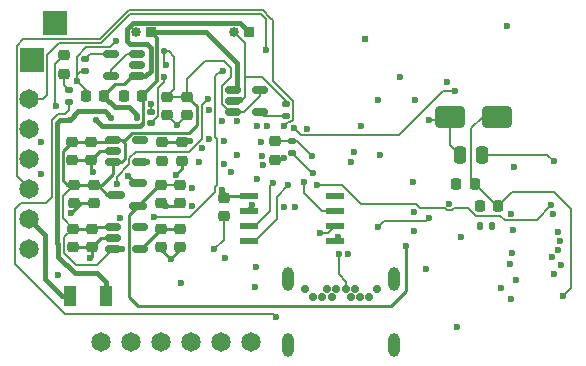
<source format=gbr>
%TF.GenerationSoftware,KiCad,Pcbnew,8.0.8*%
%TF.CreationDate,2025-02-18T00:29:27-08:00*%
%TF.ProjectId,OuterBoard_rev3.1,4f757465-7242-46f6-9172-645f72657633,rev?*%
%TF.SameCoordinates,Original*%
%TF.FileFunction,Copper,L6,Bot*%
%TF.FilePolarity,Positive*%
%FSLAX46Y46*%
G04 Gerber Fmt 4.6, Leading zero omitted, Abs format (unit mm)*
G04 Created by KiCad (PCBNEW 8.0.8) date 2025-02-18 00:29:27*
%MOMM*%
%LPD*%
G01*
G04 APERTURE LIST*
G04 Aperture macros list*
%AMRoundRect*
0 Rectangle with rounded corners*
0 $1 Rounding radius*
0 $2 $3 $4 $5 $6 $7 $8 $9 X,Y pos of 4 corners*
0 Add a 4 corners polygon primitive as box body*
4,1,4,$2,$3,$4,$5,$6,$7,$8,$9,$2,$3,0*
0 Add four circle primitives for the rounded corners*
1,1,$1+$1,$2,$3*
1,1,$1+$1,$4,$5*
1,1,$1+$1,$6,$7*
1,1,$1+$1,$8,$9*
0 Add four rect primitives between the rounded corners*
20,1,$1+$1,$2,$3,$4,$5,0*
20,1,$1+$1,$4,$5,$6,$7,0*
20,1,$1+$1,$6,$7,$8,$9,0*
20,1,$1+$1,$8,$9,$2,$3,0*%
G04 Aperture macros list end*
%TA.AperFunction,ComponentPad*%
%ADD10C,1.650000*%
%TD*%
%TA.AperFunction,ComponentPad*%
%ADD11C,0.700000*%
%TD*%
%TA.AperFunction,ComponentPad*%
%ADD12O,1.000000X2.000000*%
%TD*%
%TA.AperFunction,ComponentPad*%
%ADD13R,2.000000X2.000000*%
%TD*%
%TA.AperFunction,ComponentPad*%
%ADD14R,0.850000X0.850000*%
%TD*%
%TA.AperFunction,ComponentPad*%
%ADD15C,0.850000*%
%TD*%
%TA.AperFunction,SMDPad,CuDef*%
%ADD16RoundRect,0.225000X-0.250000X0.225000X-0.250000X-0.225000X0.250000X-0.225000X0.250000X0.225000X0*%
%TD*%
%TA.AperFunction,SMDPad,CuDef*%
%ADD17RoundRect,0.225000X0.225000X0.250000X-0.225000X0.250000X-0.225000X-0.250000X0.225000X-0.250000X0*%
%TD*%
%TA.AperFunction,SMDPad,CuDef*%
%ADD18R,1.549400X0.558800*%
%TD*%
%TA.AperFunction,SMDPad,CuDef*%
%ADD19R,1.117600X1.803400*%
%TD*%
%TA.AperFunction,SMDPad,CuDef*%
%ADD20RoundRect,0.250000X-0.250000X-0.475000X0.250000X-0.475000X0.250000X0.475000X-0.250000X0.475000X0*%
%TD*%
%TA.AperFunction,SMDPad,CuDef*%
%ADD21RoundRect,0.150000X0.512500X0.150000X-0.512500X0.150000X-0.512500X-0.150000X0.512500X-0.150000X0*%
%TD*%
%TA.AperFunction,SMDPad,CuDef*%
%ADD22RoundRect,0.250000X1.000000X0.650000X-1.000000X0.650000X-1.000000X-0.650000X1.000000X-0.650000X0*%
%TD*%
%TA.AperFunction,SMDPad,CuDef*%
%ADD23RoundRect,0.218750X-0.256250X0.218750X-0.256250X-0.218750X0.256250X-0.218750X0.256250X0.218750X0*%
%TD*%
%TA.AperFunction,SMDPad,CuDef*%
%ADD24RoundRect,0.135000X-0.185000X0.135000X-0.185000X-0.135000X0.185000X-0.135000X0.185000X0.135000X0*%
%TD*%
%TA.AperFunction,SMDPad,CuDef*%
%ADD25RoundRect,0.147500X0.172500X-0.147500X0.172500X0.147500X-0.172500X0.147500X-0.172500X-0.147500X0*%
%TD*%
%TA.AperFunction,SMDPad,CuDef*%
%ADD26RoundRect,0.150000X-0.512500X-0.150000X0.512500X-0.150000X0.512500X0.150000X-0.512500X0.150000X0*%
%TD*%
%TA.AperFunction,SMDPad,CuDef*%
%ADD27RoundRect,0.125000X-0.125000X-0.125000X0.125000X-0.125000X0.125000X0.125000X-0.125000X0.125000X0*%
%TD*%
%TA.AperFunction,SMDPad,CuDef*%
%ADD28RoundRect,0.135000X0.135000X0.185000X-0.135000X0.185000X-0.135000X-0.185000X0.135000X-0.185000X0*%
%TD*%
%TA.AperFunction,SMDPad,CuDef*%
%ADD29RoundRect,0.150000X0.587500X0.150000X-0.587500X0.150000X-0.587500X-0.150000X0.587500X-0.150000X0*%
%TD*%
%TA.AperFunction,SMDPad,CuDef*%
%ADD30RoundRect,0.140000X0.170000X-0.140000X0.170000X0.140000X-0.170000X0.140000X-0.170000X-0.140000X0*%
%TD*%
%TA.AperFunction,SMDPad,CuDef*%
%ADD31RoundRect,0.135000X0.185000X-0.135000X0.185000X0.135000X-0.185000X0.135000X-0.185000X-0.135000X0*%
%TD*%
%TA.AperFunction,SMDPad,CuDef*%
%ADD32RoundRect,0.125000X-0.125000X0.125000X-0.125000X-0.125000X0.125000X-0.125000X0.125000X0.125000X0*%
%TD*%
%TA.AperFunction,ViaPad*%
%ADD33C,0.600000*%
%TD*%
%TA.AperFunction,ViaPad*%
%ADD34C,0.609600*%
%TD*%
%TA.AperFunction,Conductor*%
%ADD35C,0.200000*%
%TD*%
%TA.AperFunction,Conductor*%
%ADD36C,0.254000*%
%TD*%
%TA.AperFunction,Conductor*%
%ADD37C,0.400000*%
%TD*%
%TA.AperFunction,Conductor*%
%ADD38C,0.250000*%
%TD*%
%TA.AperFunction,Conductor*%
%ADD39C,0.300000*%
%TD*%
G04 APERTURE END LIST*
D10*
%TO.P,J2,1*%
%TO.N,GPIO45*%
X115620800Y-104013000D03*
%TO.P,J2,2*%
%TO.N,GPIO46*%
X118160800Y-104013000D03*
%TO.P,J2,3*%
%TO.N,IO21{slash}USER_LED*%
X120700800Y-104013000D03*
%TO.P,J2,4*%
%TO.N,D10{slash}A10{slash}MOSI*%
X123240800Y-104013000D03*
%TO.P,J2,5*%
%TO.N,D9{slash}A9{slash}MISO*%
X125780800Y-104013000D03*
%TO.P,J2,6*%
%TO.N,D8{slash}A8{slash}SCK*%
X128320800Y-104013000D03*
%TD*%
D11*
%TO.P,J42,B1,GND__2*%
%TO.N,GND*%
X138978400Y-99503000D03*
%TO.P,J42,B2,SSTXP2*%
%TO.N,unconnected-(J42-SSTXP2-PadB2)*%
X138328400Y-100203000D03*
%TO.P,J42,B3,SSTXN2*%
%TO.N,unconnected-(J42-SSTXN2-PadB3)*%
X137528400Y-100203000D03*
%TO.P,J42,B4,VBUS__2*%
%TO.N,+5V*%
X137128400Y-99503000D03*
%TO.P,J42,B5,CC2*%
%TO.N,Net-(J42-CC2)*%
X136728400Y-100203000D03*
%TO.P,J42,B6,DP2*%
%TO.N,USB_DP*%
X136328400Y-99503000D03*
%TO.P,J42,B7,DN2*%
%TO.N,USB_DN*%
X135528400Y-99503000D03*
%TO.P,J42,B8,SBU2*%
%TO.N,unconnected-(J42-SBU2-PadB8)*%
X135128400Y-100203000D03*
%TO.P,J42,B9,VBUS__3*%
%TO.N,+5V*%
X134728400Y-99503000D03*
%TO.P,J42,B10,SSRXN1*%
%TO.N,unconnected-(J42-SSRXN1-PadB10)*%
X134328400Y-100203000D03*
%TO.P,J42,B11,SSRXP1*%
%TO.N,unconnected-(J42-SSRXP1-PadB11)*%
X133528400Y-100203000D03*
%TO.P,J42,B12,GND__3*%
%TO.N,GND*%
X132878400Y-99503000D03*
D12*
%TO.P,J42,SH1,SHIELD*%
X131428400Y-98703000D03*
%TO.P,J42,SH2,SHIELD__1*%
X140428400Y-98703000D03*
%TO.P,J42,SH3,SHIELD__2*%
X131428400Y-104303000D03*
%TO.P,J42,SH4,SHIELD__3*%
X140428400Y-104303000D03*
%TD*%
D13*
%TO.P,TP1,1,1*%
%TO.N,Net-(D1-K)*%
X109728000Y-80137000D03*
%TD*%
D14*
%TO.P,J3,1,1*%
%TO.N,+BATT1*%
X119837200Y-77800200D03*
D15*
%TO.P,J3,2,2*%
%TO.N,GNDPWR*%
X118587200Y-77800200D03*
%TD*%
D14*
%TO.P,J4,1,1*%
%TO.N,+BATT2*%
X128117600Y-77749400D03*
D15*
%TO.P,J4,2,2*%
%TO.N,GNDPWR*%
X126867600Y-77749400D03*
%TD*%
D13*
%TO.P,TP2,1,1*%
%TO.N,Net-(D2-K)*%
X111683800Y-76962000D03*
%TD*%
D10*
%TO.P,J1,1*%
%TO.N,GNDPWR*%
X109524800Y-96113600D03*
%TO.P,J1,2*%
%TO.N,VDC*%
X109524800Y-93573600D03*
%TO.P,J1,3*%
%TO.N,D1{slash}A1*%
X109524800Y-91033600D03*
%TO.P,J1,4*%
%TO.N,GNDPWR*%
X109524800Y-88493600D03*
%TO.P,J1,5*%
%TO.N,VDC*%
X109524800Y-85953600D03*
%TO.P,J1,6*%
%TO.N,D0{slash}A0*%
X109524800Y-83413600D03*
%TD*%
D16*
%TO.P,C16,1*%
%TO.N,+3.3V*%
X122453400Y-87093800D03*
%TO.P,C16,2*%
%TO.N,GND*%
X122453400Y-88643800D03*
%TD*%
%TO.P,C27,1*%
%TO.N,+2V8*%
X122301000Y-90728800D03*
%TO.P,C27,2*%
%TO.N,GND*%
X122301000Y-92278800D03*
%TD*%
D17*
%TO.P,C12,1*%
%TO.N,Net-(D7-K)*%
X147244400Y-90627200D03*
%TO.P,C12,2*%
%TO.N,GND*%
X145694400Y-90627200D03*
%TD*%
D18*
%TO.P,U2,1,CS#*%
%TO.N,SPICS0*%
X135432900Y-91643200D03*
%TO.P,U2,2,SO(IO1)*%
%TO.N,SPIQ*%
X135432900Y-92913200D03*
%TO.P,U2,3,WP#(IO2)*%
%TO.N,SPIWP*%
X135432900Y-94183200D03*
%TO.P,U2,4,VSS*%
%TO.N,GND*%
X135432900Y-95453200D03*
%TO.P,U2,5,SI(IO0)*%
%TO.N,SPID*%
X128168500Y-95453200D03*
%TO.P,U2,6,SCLK*%
%TO.N,SPICLK*%
X128168500Y-94183200D03*
%TO.P,U2,7,HOLD#(IO3)*%
%TO.N,SPIHD*%
X128168500Y-92913200D03*
%TO.P,U2,8,VCC*%
%TO.N,VDD_SPI*%
X128168500Y-91643200D03*
%TD*%
D16*
%TO.P,C7,1*%
%TO.N,VDC*%
X121183400Y-83235800D03*
%TO.P,C7,2*%
%TO.N,GND*%
X121183400Y-84785800D03*
%TD*%
D19*
%TO.P,F1,1,1*%
%TO.N,VDC*%
X113004600Y-100152200D03*
%TO.P,F1,2,2*%
%TO.N,Net-(D10-K)*%
X116001800Y-100152200D03*
%TD*%
D16*
%TO.P,C24,1*%
%TO.N,+1V8*%
X120700800Y-94411800D03*
%TO.P,C24,2*%
%TO.N,GND*%
X120700800Y-95961800D03*
%TD*%
%TO.P,C20,1*%
%TO.N,VDC*%
X113334800Y-90703400D03*
%TO.P,C20,2*%
%TO.N,GND*%
X113334800Y-92253400D03*
%TD*%
%TO.P,C21,1*%
%TO.N,VDC*%
X114833400Y-94411800D03*
%TO.P,C21,2*%
%TO.N,GND*%
X114833400Y-95961800D03*
%TD*%
D20*
%TO.P,FB1,1*%
%TO.N,+2V8*%
X145973800Y-88163400D03*
%TO.P,FB1,2*%
%TO.N,Net-(FB1-Pad2)*%
X147873800Y-88163400D03*
%TD*%
D21*
%TO.P,U3,1,CE*%
%TO.N,VDC*%
X118688700Y-79618800D03*
%TO.P,U3,2,V_{SS}*%
%TO.N,GNDPWR*%
X118688700Y-80568800D03*
%TO.P,U3,3,V_{BAT}*%
%TO.N,+BATT2*%
X118688700Y-81518800D03*
%TO.P,U3,4,V_{DD}*%
%TO.N,VDC*%
X116413700Y-81518800D03*
%TO.P,U3,5,PROG*%
%TO.N,Net-(U3-PROG)*%
X116413700Y-79618800D03*
%TD*%
D16*
%TO.P,C11,1*%
%TO.N,VDC*%
X113131600Y-87043000D03*
%TO.P,C11,2*%
%TO.N,GND*%
X113131600Y-88593000D03*
%TD*%
D17*
%TO.P,C8,1*%
%TO.N,+BATT2*%
X115874800Y-83159600D03*
%TO.P,C8,2*%
%TO.N,GNDPWR*%
X114324800Y-83159600D03*
%TD*%
D22*
%TO.P,D7,1,K*%
%TO.N,Net-(D7-K)*%
X149142200Y-84937600D03*
%TO.P,D7,2,A*%
%TO.N,+2V8*%
X145142200Y-84937600D03*
%TD*%
D23*
%TO.P,D13,1,K*%
%TO.N,GND*%
X112445800Y-79705100D03*
%TO.P,D13,2,A*%
%TO.N,Net-(D13-A)*%
X112445800Y-81280100D03*
%TD*%
D24*
%TO.P,R25,1*%
%TO.N,Net-(D13-A)*%
X112903000Y-82651600D03*
%TO.P,R25,2*%
%TO.N,+5V*%
X112903000Y-83671600D03*
%TD*%
D25*
%TO.P,L2,1,1*%
%TO.N,+3.3V*%
X131775200Y-87988000D03*
%TO.P,L2,2,2*%
%TO.N,Net-(C38-Pad1)*%
X131775200Y-87018000D03*
%TD*%
D17*
%TO.P,C14,1*%
%TO.N,Net-(D7-K)*%
X149199600Y-92481400D03*
%TO.P,C14,2*%
%TO.N,GND*%
X147649600Y-92481400D03*
%TD*%
D26*
%TO.P,U4,1,VIN*%
%TO.N,VDC*%
X116636800Y-88793400D03*
%TO.P,U4,2,GND*%
%TO.N,GND*%
X116636800Y-87843400D03*
%TO.P,U4,3,EN*%
%TO.N,VDC*%
X116636800Y-86893400D03*
%TO.P,U4,4,NC*%
%TO.N,unconnected-(U4-NC-Pad4)*%
X118911800Y-86893400D03*
%TO.P,U4,5,VOUT*%
%TO.N,+3.3V*%
X118911800Y-88793400D03*
%TD*%
D17*
%TO.P,C4,1*%
%TO.N,+BATT1*%
X119100600Y-83159600D03*
%TO.P,C4,2*%
%TO.N,GNDPWR*%
X117550600Y-83159600D03*
%TD*%
D16*
%TO.P,C26,1*%
%TO.N,+1V8*%
X122326400Y-94411800D03*
%TO.P,C26,2*%
%TO.N,GND*%
X122326400Y-95961800D03*
%TD*%
D27*
%TO.P,D11,1,K*%
%TO.N,Net-(D10-K)*%
X116459000Y-85013800D03*
%TO.P,D11,2,A*%
%TO.N,+BATT2*%
X118659000Y-85013800D03*
%TD*%
D24*
%TO.P,R4,1*%
%TO.N,Net-(U3-PROG)*%
X114249200Y-80058800D03*
%TO.P,R4,2*%
%TO.N,GNDPWR*%
X114249200Y-81078800D03*
%TD*%
D28*
%TO.P,R5,1*%
%TO.N,Net-(J10-Pad8)*%
X148742400Y-94183200D03*
%TO.P,R5,2*%
%TO.N,GND*%
X147722400Y-94183200D03*
%TD*%
D29*
%TO.P,U6,1,GND*%
%TO.N,GND*%
X118745000Y-90576400D03*
%TO.P,U6,2,VO*%
%TO.N,+2V8*%
X118745000Y-92476400D03*
%TO.P,U6,3,VI*%
%TO.N,VDC*%
X116870000Y-91526400D03*
%TD*%
D16*
%TO.P,C25,1*%
%TO.N,+2V8*%
X120650000Y-90728800D03*
%TO.P,C25,2*%
%TO.N,GND*%
X120650000Y-92278800D03*
%TD*%
D30*
%TO.P,C2,1*%
%TO.N,VCC*%
X119862600Y-85468400D03*
%TO.P,C2,2*%
%TO.N,GNDPWR*%
X119862600Y-84508400D03*
%TD*%
D16*
%TO.P,C22,1*%
%TO.N,VDC*%
X114985800Y-90703400D03*
%TO.P,C22,2*%
%TO.N,GND*%
X114985800Y-92253400D03*
%TD*%
%TO.P,C38,1*%
%TO.N,Net-(C38-Pad1)*%
X130327400Y-87020400D03*
%TO.P,C38,2*%
%TO.N,GND*%
X130327400Y-88570400D03*
%TD*%
D27*
%TO.P,D10,1,K*%
%TO.N,Net-(D10-K)*%
X112946000Y-85191600D03*
%TO.P,D10,2,A*%
%TO.N,+BATT1*%
X115146000Y-85191600D03*
%TD*%
D16*
%TO.P,C44,1*%
%TO.N,VDD_SPI*%
X126009400Y-91782600D03*
%TO.P,C44,2*%
%TO.N,GND*%
X126009400Y-93332600D03*
%TD*%
D26*
%TO.P,U5,1,VIN*%
%TO.N,VDC*%
X116647800Y-96134000D03*
%TO.P,U5,2,GND*%
%TO.N,GND*%
X116647800Y-95184000D03*
%TO.P,U5,3,EN*%
%TO.N,VDC*%
X116647800Y-94234000D03*
%TO.P,U5,4,NC*%
%TO.N,unconnected-(U5-NC-Pad4)*%
X118922800Y-94234000D03*
%TO.P,U5,5,VOUT*%
%TO.N,+1V8*%
X118922800Y-96134000D03*
%TD*%
D16*
%TO.P,C10,1*%
%TO.N,VDC*%
X114757200Y-87045800D03*
%TO.P,C10,2*%
%TO.N,GND*%
X114757200Y-88595800D03*
%TD*%
D31*
%TO.P,R1,1*%
%TO.N,Net-(U1-PROG)*%
X131267200Y-84888800D03*
%TO.P,R1,2*%
%TO.N,GNDPWR*%
X131267200Y-83868800D03*
%TD*%
D16*
%TO.P,C3,1*%
%TO.N,VDC*%
X122885200Y-83235800D03*
%TO.P,C3,2*%
%TO.N,GND*%
X122885200Y-84785800D03*
%TD*%
%TO.P,C19,1*%
%TO.N,VDC*%
X113233200Y-94411800D03*
%TO.P,C19,2*%
%TO.N,GND*%
X113233200Y-95961800D03*
%TD*%
%TO.P,C13,1*%
%TO.N,+3.3V*%
X120802400Y-87096600D03*
%TO.P,C13,2*%
%TO.N,GND*%
X120802400Y-88646600D03*
%TD*%
D32*
%TO.P,D6,1,K*%
%TO.N,VDC*%
X120954800Y-79400400D03*
%TO.P,D6,2,A*%
%TO.N,VCC*%
X120954800Y-81600400D03*
%TD*%
D26*
%TO.P,U1,1,CE*%
%TO.N,VDC*%
X126796800Y-84551600D03*
%TO.P,U1,2,V_{SS}*%
%TO.N,GNDPWR*%
X126796800Y-83601600D03*
%TO.P,U1,3,V_{BAT}*%
%TO.N,+BATT1*%
X126796800Y-82651600D03*
%TO.P,U1,4,V_{DD}*%
%TO.N,VDC*%
X129071800Y-82651600D03*
%TO.P,U1,5,PROG*%
%TO.N,Net-(U1-PROG)*%
X129071800Y-84551600D03*
%TD*%
D33*
%TO.N,GND*%
X147726400Y-94157800D03*
X114935000Y-89611200D03*
X121132600Y-92504600D03*
X142111489Y-93007223D03*
X121488200Y-97002600D03*
X145669000Y-90678000D03*
X154263252Y-96239441D03*
X123910000Y-88790000D03*
X120802400Y-88646600D03*
X110540800Y-87096600D03*
X150320000Y-100336400D03*
X145084800Y-92284600D03*
X150571200Y-89230200D03*
X113030000Y-93116400D03*
X128730000Y-97690000D03*
X142028800Y-90476900D03*
X147650200Y-92456000D03*
D34*
X137980000Y-78380000D03*
D33*
X117889684Y-89981291D03*
X123266200Y-92532200D03*
X131069477Y-88457575D03*
X111749000Y-84037600D03*
X139238800Y-88206400D03*
X122047000Y-85648800D03*
X128652394Y-99384806D03*
X114681000Y-96926400D03*
X125196600Y-96164400D03*
X122351800Y-99034600D03*
X135661400Y-95097600D03*
X139065000Y-83540600D03*
X117201071Y-93477539D03*
X145770600Y-102743000D03*
X121943122Y-89829707D03*
X142189200Y-83540600D03*
X150012400Y-77241400D03*
%TO.N,VCC*%
X120954800Y-81538800D03*
%TO.N,+2V8*%
X143408400Y-85242400D03*
X141452600Y-95885000D03*
%TO.N,VDC*%
X117396700Y-96139000D03*
X113004600Y-100152200D03*
X121107200Y-80568800D03*
X118688700Y-79618800D03*
%TO.N,Net-(D7-K)*%
X154686000Y-100101400D03*
%TO.N,+3.3V*%
X140944600Y-81584800D03*
X123266200Y-90954600D03*
X126100000Y-96920000D03*
X120802400Y-87096600D03*
X146098900Y-95123000D03*
X111988600Y-98348800D03*
X144909600Y-81965800D03*
X142087600Y-94589600D03*
X119483800Y-88793400D03*
X123153000Y-87031400D03*
X133527800Y-89662000D03*
X110515400Y-89814400D03*
X143078200Y-97866200D03*
%TO.N,+1V8*%
X153847800Y-93192600D03*
X120700800Y-94411800D03*
%TO.N,Net-(C38-Pad1)*%
X133444702Y-88239600D03*
%TO.N,+5V*%
X130429000Y-101879400D03*
%TO.N,IO21{slash}USER_LED*%
X125830000Y-85308799D03*
%TO.N,Net-(FB1-Pad2)*%
X153949400Y-88722200D03*
%TO.N,USB_DP*%
X135712200Y-96520000D03*
X126586400Y-89603665D03*
%TO.N,USB_DN*%
X136525000Y-96570800D03*
X125984000Y-88900000D03*
%TO.N,MTCK{slash}IO39{slash}CAM_SCL*%
X139013899Y-94285101D03*
X143370000Y-93550000D03*
%TO.N,IO38{slash}DVP_VSYNC*%
X133858000Y-90728800D03*
X153725086Y-92450272D03*
%TO.N,Net-(J10-Pad8)*%
X148742400Y-94183200D03*
%TO.N,IO47{slash}DVP_HREF*%
X131987500Y-92597090D03*
X150342600Y-93141800D03*
%TO.N,IO48{slash}DVP_Y9*%
X131054076Y-92574211D03*
X150520400Y-94564200D03*
%TO.N,IO10{slash}XMCLK*%
X127127615Y-85308799D03*
X154300000Y-94700000D03*
%TO.N,IO11{slash}DVP_Y8*%
X124715600Y-86848296D03*
X154440000Y-95490000D03*
%TO.N,IO12{slash}DVP_Y7*%
X153810000Y-96840000D03*
X125984000Y-87020400D03*
%TO.N,IO13{slash}DVP_PCLK*%
X129164567Y-87102167D03*
X150418800Y-96443800D03*
%TO.N,IO14{slash}DVP_Y6*%
X154514600Y-97455000D03*
X124160450Y-87606201D03*
%TO.N,IO15{slash}DVP_Y2*%
X127076200Y-88206000D03*
X150215600Y-97434400D03*
%TO.N,IO16{slash}DVP_Y5*%
X153970000Y-98240000D03*
X129235200Y-88288500D03*
%TO.N,IO17{slash}DVP_Y3*%
X129330301Y-89044545D03*
X150710000Y-98792400D03*
%TO.N,IO18{slash}DVP_Y4*%
X149450000Y-99441000D03*
X128839742Y-90170878D03*
%TO.N,CHIP_EN*%
X133030300Y-85939200D03*
X137591800Y-85725000D03*
%TO.N,BNO_INT*%
X120091200Y-93421200D03*
X125933200Y-81049800D03*
%TO.N,D1{slash}A1*%
X131108400Y-85750400D03*
%TO.N,D0{slash}A0*%
X129592400Y-79324200D03*
%TO.N,GPIO0*%
X131953000Y-85928200D03*
X145592800Y-82753200D03*
%TO.N,BNO_RST*%
X116967000Y-90601800D03*
X124661600Y-83439000D03*
%TO.N,D8{slash}A8{slash}SCK*%
X129641600Y-85750400D03*
%TO.N,D9{slash}A9{slash}MISO*%
X128843704Y-85733896D03*
%TO.N,D10{slash}A10{slash}MOSI*%
X124714000Y-84404200D03*
%TO.N,VDD_SPI*%
X125830000Y-91135200D03*
%TO.N,SPIHD*%
X128357314Y-92410849D03*
%TO.N,SPIWP*%
X134162800Y-94818200D03*
%TO.N,SPICS0*%
X135432900Y-91643200D03*
%TO.N,SPICLK*%
X130149600Y-90576400D03*
%TO.N,SPIQ*%
X132791200Y-90500200D03*
%TO.N,SPID*%
X131445000Y-90754200D03*
%TO.N,GNDPWR*%
X118688700Y-80568800D03*
X117668297Y-83398103D03*
X127345704Y-83494601D03*
X113583130Y-81940400D03*
X119820552Y-83885375D03*
X116890800Y-78536800D03*
%TO.N,GPIO45*%
X136753600Y-88773000D03*
%TO.N,GPIO46*%
X136982200Y-87884000D03*
%TD*%
D35*
%TO.N,GND*%
X122047000Y-85648800D02*
X122047000Y-85624000D01*
D36*
X122075200Y-92504600D02*
X122301000Y-92278800D01*
D35*
X112445800Y-79705100D02*
X111718400Y-80432500D01*
X126009400Y-93332600D02*
X126009400Y-95351600D01*
X111718400Y-80432500D02*
X111718400Y-84007000D01*
D36*
X121132600Y-92504600D02*
X122075200Y-92504600D01*
X120802400Y-88688985D02*
X120802400Y-88646600D01*
X113893000Y-92253400D02*
X113030000Y-93116400D01*
D35*
X122047000Y-85648800D02*
X122046400Y-85648800D01*
D36*
X122326400Y-96164400D02*
X121488200Y-97002600D01*
X114833400Y-96774000D02*
X114681000Y-96926400D01*
D35*
X126009400Y-95351600D02*
X125196600Y-96164400D01*
X147649600Y-92456600D02*
X147650200Y-92456000D01*
X130956652Y-88570400D02*
X130327400Y-88570400D01*
D36*
X115611200Y-95184000D02*
X114833400Y-95961800D01*
D35*
X122046400Y-85648800D02*
X121183400Y-84785800D01*
D36*
X115509600Y-87843400D02*
X114757200Y-88595800D01*
D35*
X147722400Y-94161800D02*
X147726400Y-94157800D01*
D36*
X120700800Y-96215200D02*
X121488200Y-97002600D01*
X116636800Y-87843400D02*
X115509600Y-87843400D01*
X113233200Y-95961800D02*
X114833400Y-95961800D01*
D35*
X145694400Y-90627200D02*
X145694400Y-90652600D01*
X147649600Y-92481400D02*
X147649600Y-92456600D01*
D36*
X114757200Y-89433400D02*
X114757200Y-88595800D01*
D35*
X122047000Y-85624000D02*
X122885200Y-84785800D01*
D36*
X114754400Y-88593000D02*
X114757200Y-88595800D01*
D35*
X111718400Y-84007000D02*
X111749000Y-84037600D01*
D36*
X120906800Y-92278800D02*
X120650000Y-92278800D01*
X121132600Y-92504600D02*
X120906800Y-92278800D01*
X118484793Y-90576400D02*
X118745000Y-90576400D01*
D35*
X135432900Y-95453200D02*
X135432900Y-95326100D01*
D36*
X120700800Y-95961800D02*
X120700800Y-96215200D01*
D35*
X131069477Y-88457575D02*
X130956652Y-88570400D01*
D36*
X114935000Y-89611200D02*
X114757200Y-89433400D01*
X116647800Y-95184000D02*
X115611200Y-95184000D01*
X122326400Y-95961800D02*
X122326400Y-96164400D01*
X117889684Y-89981291D02*
X118484793Y-90576400D01*
X114985800Y-92253400D02*
X113893000Y-92253400D01*
X122453400Y-89319429D02*
X122453400Y-88643800D01*
D35*
X135432900Y-95326100D02*
X135661400Y-95097600D01*
D36*
X113131600Y-88593000D02*
X114754400Y-88593000D01*
D35*
X147722400Y-94183200D02*
X147722400Y-94161800D01*
X145694400Y-90652600D02*
X145669000Y-90678000D01*
D36*
X121943122Y-89829707D02*
X122453400Y-89319429D01*
X114833400Y-95961800D02*
X114833400Y-96774000D01*
D35*
%TO.N,VCC*%
X120954800Y-81965800D02*
X120425000Y-82495600D01*
X120425000Y-82495600D02*
X120425000Y-84906000D01*
X120954800Y-81600400D02*
X120954800Y-81965800D01*
X120904800Y-81550400D02*
X120954800Y-81600400D01*
X120425000Y-84906000D02*
X119862600Y-85468400D01*
X120954800Y-81600400D02*
X120954800Y-81538800D01*
D36*
%TO.N,+2V8*%
X118770400Y-100965000D02*
X140182600Y-100965000D01*
D35*
X145142200Y-87331800D02*
X145973800Y-88163400D01*
X145142200Y-84937600D02*
X145142200Y-87331800D01*
D36*
X120492600Y-90728800D02*
X120650000Y-90728800D01*
D35*
X144837400Y-85242400D02*
X145142200Y-84937600D01*
D36*
X117980900Y-93240500D02*
X117980900Y-100175500D01*
X118745000Y-92476400D02*
X117980900Y-93240500D01*
X117980900Y-100175500D02*
X118770400Y-100965000D01*
X118745000Y-92476400D02*
X120492600Y-90728800D01*
X141452600Y-99695000D02*
X141452600Y-95885000D01*
X140182600Y-100965000D02*
X141452600Y-99695000D01*
D35*
X143408400Y-85242400D02*
X144837400Y-85242400D01*
X122301000Y-90728800D02*
X120650000Y-90728800D01*
%TO.N,VDC*%
X115298200Y-97483600D02*
X113511000Y-97483600D01*
X116647800Y-96134000D02*
X117391700Y-96134000D01*
D36*
X117299299Y-88793400D02*
X117602000Y-88490699D01*
D35*
X117815400Y-79618800D02*
X118688700Y-79618800D01*
D36*
X116636800Y-89763600D02*
X116636800Y-88793400D01*
D35*
X117391700Y-96134000D02*
X117396700Y-96139000D01*
D36*
X114985800Y-90703400D02*
X115316000Y-90703400D01*
D35*
X116413700Y-81518800D02*
X116413700Y-81020500D01*
D36*
X113334800Y-90703400D02*
X114985800Y-90703400D01*
D37*
X109524800Y-93573600D02*
X110896400Y-94945200D01*
D35*
X121361200Y-79400400D02*
X121818400Y-79857600D01*
D37*
X110896400Y-98709200D02*
X112339400Y-100152200D01*
D36*
X118247480Y-86283800D02*
X123088400Y-86283800D01*
X123088400Y-86283800D02*
X123698000Y-85674200D01*
D35*
X124409200Y-80187800D02*
X122885200Y-81711800D01*
X126511064Y-84551600D02*
X125806200Y-83846736D01*
D36*
X114754400Y-87043000D02*
X114757200Y-87045800D01*
D35*
X120954800Y-79400400D02*
X121361200Y-79400400D01*
X112369600Y-91668600D02*
X112369600Y-93548200D01*
X126796800Y-84551600D02*
X126511064Y-84551600D01*
D37*
X112339400Y-100152200D02*
X113004600Y-100152200D01*
D36*
X116636800Y-88793400D02*
X117299299Y-88793400D01*
X117602000Y-88490699D02*
X117602000Y-87196101D01*
D35*
X116413700Y-81020500D02*
X117815400Y-79618800D01*
X129071800Y-82651600D02*
X129071800Y-83145200D01*
D36*
X112750600Y-90703400D02*
X112377200Y-90330000D01*
D35*
X116647800Y-96134000D02*
X115298200Y-97483600D01*
D36*
X113233200Y-94411800D02*
X114833400Y-94411800D01*
D35*
X121107200Y-80568800D02*
X120954800Y-80416400D01*
X120954800Y-80416400D02*
X120954800Y-79400400D01*
X112505800Y-95139200D02*
X113233200Y-94411800D01*
D36*
X115316000Y-90703400D02*
X116139000Y-91526400D01*
X116636800Y-86893400D02*
X117637880Y-86893400D01*
D35*
X122885200Y-81711800D02*
X122885200Y-83235800D01*
X121183400Y-83235800D02*
X122885200Y-83235800D01*
D36*
X113131600Y-87043000D02*
X114754400Y-87043000D01*
X116139000Y-91526400D02*
X116870000Y-91526400D01*
X112377200Y-90330000D02*
X112377200Y-87797400D01*
X123698000Y-84048600D02*
X122885200Y-83235800D01*
X115011200Y-94234000D02*
X116647800Y-94234000D01*
D35*
X121818400Y-82600800D02*
X121183400Y-83235800D01*
X112505800Y-96478400D02*
X112505800Y-95139200D01*
D36*
X112377200Y-87797400D02*
X113131600Y-87043000D01*
D35*
X125984000Y-80187800D02*
X124409200Y-80187800D01*
D36*
X117637880Y-86893400D02*
X118247480Y-86283800D01*
D35*
X126619000Y-81559400D02*
X126619000Y-80822800D01*
D36*
X113334800Y-90703400D02*
X112750600Y-90703400D01*
X123698000Y-85674200D02*
X123698000Y-84048600D01*
X117299299Y-86893400D02*
X116636800Y-86893400D01*
D35*
X126619000Y-80822800D02*
X125984000Y-80187800D01*
X113511000Y-97483600D02*
X112505800Y-96478400D01*
D36*
X114833400Y-94411800D02*
X115011200Y-94234000D01*
D37*
X110896400Y-94945200D02*
X110896400Y-98709200D01*
D36*
X117602000Y-87196101D02*
X117299299Y-86893400D01*
D35*
X127665400Y-84551600D02*
X126796800Y-84551600D01*
X125806200Y-82372200D02*
X126619000Y-81559400D01*
X125806200Y-83846736D02*
X125806200Y-82372200D01*
X112369600Y-93548200D02*
X113233200Y-94411800D01*
X121818400Y-79857600D02*
X121818400Y-82600800D01*
D36*
X114757200Y-87045800D02*
X116484400Y-87045800D01*
D35*
X113334800Y-90703400D02*
X112369600Y-91668600D01*
D36*
X114985800Y-90703400D02*
X115697000Y-90703400D01*
X116484400Y-87045800D02*
X116636800Y-86893400D01*
X115697000Y-90703400D02*
X116636800Y-89763600D01*
D35*
X129071800Y-83145200D02*
X127665400Y-84551600D01*
%TO.N,Net-(D7-K)*%
X149098600Y-92481400D02*
X149199600Y-92481400D01*
X147244400Y-90627200D02*
X149098600Y-92481400D01*
X150371000Y-91310000D02*
X149199600Y-92481400D01*
X149142200Y-84937600D02*
X147955000Y-84937600D01*
X155390000Y-92778400D02*
X153921600Y-91310000D01*
X155390000Y-99397400D02*
X155390000Y-92778400D01*
X153921600Y-91310000D02*
X150371000Y-91310000D01*
X147955000Y-84937600D02*
X146964400Y-85928200D01*
X146964400Y-85928200D02*
X146964400Y-90347200D01*
X146964400Y-90347200D02*
X147244400Y-90627200D01*
X154686000Y-100101400D02*
X155390000Y-99397400D01*
D36*
%TO.N,+3.3V*%
X122453400Y-87093800D02*
X120805200Y-87093800D01*
X120805200Y-87093800D02*
X120802400Y-87096600D01*
X119483800Y-88793400D02*
X118911800Y-88793400D01*
D35*
X133449200Y-89662000D02*
X133527800Y-89662000D01*
D36*
X123090600Y-87093800D02*
X123153000Y-87031400D01*
X122453400Y-87093800D02*
X123090600Y-87093800D01*
D35*
X131775200Y-87988000D02*
X133449200Y-89662000D01*
D36*
%TO.N,+1V8*%
X118922800Y-96134000D02*
X118978600Y-96134000D01*
X118978600Y-96134000D02*
X120700800Y-94411800D01*
X120700800Y-94411800D02*
X122326400Y-94411800D01*
D35*
%TO.N,Net-(C38-Pad1)*%
X130327400Y-87020400D02*
X131772800Y-87020400D01*
X133444702Y-88239600D02*
X132223102Y-87018000D01*
X132223102Y-87018000D02*
X131775200Y-87018000D01*
X131772800Y-87020400D02*
X131775200Y-87018000D01*
%TO.N,Net-(D1-K)*%
X109626200Y-79781400D02*
X109626400Y-79781400D01*
%TO.N,+5V*%
X130175000Y-101625400D02*
X130429000Y-101879400D01*
X111445400Y-85247410D02*
X111445400Y-91754600D01*
X112568000Y-84739200D02*
X111953610Y-84739200D01*
X108331000Y-92735400D02*
X108331000Y-97443900D01*
X110947200Y-92252800D02*
X108813600Y-92252800D01*
X112903000Y-84404200D02*
X112568000Y-84739200D01*
X112512500Y-101625400D02*
X130175000Y-101625400D01*
X108813600Y-92252800D02*
X108331000Y-92735400D01*
X111445400Y-91754600D02*
X110947200Y-92252800D01*
X108331000Y-97443900D02*
X112512500Y-101625400D01*
X111953610Y-84739200D02*
X111445400Y-85247410D01*
X112903000Y-83671600D02*
X112903000Y-84404200D01*
%TO.N,Net-(FB1-Pad2)*%
X153949400Y-88722200D02*
X153390600Y-88163400D01*
X153390600Y-88163400D02*
X147873800Y-88163400D01*
%TO.N,USB_DP*%
X136328400Y-98898400D02*
X135712200Y-98282200D01*
X136328400Y-99503000D02*
X136328400Y-98898400D01*
X135712200Y-98282200D02*
X135712200Y-96520000D01*
%TO.N,MTCK{slash}IO39{slash}CAM_SCL*%
X143370000Y-93550000D02*
X143144800Y-93775200D01*
X143144800Y-93775200D02*
X139523800Y-93775200D01*
X139523800Y-93775200D02*
X139013899Y-94285101D01*
%TO.N,IO38{slash}DVP_VSYNC*%
X152474758Y-93700600D02*
X149790000Y-93700600D01*
X144855988Y-92837000D02*
X144688988Y-92670000D01*
X153725086Y-92450272D02*
X152474758Y-93700600D01*
X142650000Y-92670000D02*
X142270000Y-92290000D01*
X147331820Y-93320000D02*
X146681820Y-92670000D01*
X145480612Y-92670000D02*
X145313612Y-92837000D01*
X146681820Y-92670000D02*
X145480612Y-92670000D01*
X142270000Y-92290000D02*
X137589400Y-92290000D01*
X145313612Y-92837000D02*
X144855988Y-92837000D01*
X149409400Y-93320000D02*
X147331820Y-93320000D01*
X144688988Y-92670000D02*
X142650000Y-92670000D01*
X137589400Y-92290000D02*
X136028200Y-90728800D01*
X149790000Y-93700600D02*
X149409400Y-93320000D01*
X136028200Y-90728800D02*
X133858000Y-90728800D01*
%TO.N,Net-(U1-PROG)*%
X129407000Y-84886800D02*
X131265200Y-84886800D01*
X129071800Y-84551600D02*
X129407000Y-84886800D01*
X131265200Y-84886800D02*
X131267200Y-84888800D01*
%TO.N,Net-(U3-PROG)*%
X114249200Y-80058800D02*
X114704400Y-79603600D01*
X114704400Y-79603600D02*
X116398500Y-79603600D01*
X116398500Y-79603600D02*
X116413700Y-79618800D01*
D38*
%TO.N,+BATT1*%
X119176800Y-83235800D02*
X119100600Y-83159600D01*
D37*
X126796800Y-82651600D02*
X127096800Y-82351600D01*
D38*
X119186400Y-84718656D02*
X119126000Y-84658256D01*
D39*
X119100600Y-83159600D02*
X120345200Y-81915000D01*
D38*
X119186400Y-85410600D02*
X119186400Y-84718656D01*
X119126000Y-84658256D02*
X119126000Y-83388200D01*
D39*
X120345200Y-81915000D02*
X120345200Y-78308200D01*
D37*
X127096800Y-82351600D02*
X127096800Y-80411600D01*
D38*
X119126000Y-83388200D02*
X119227600Y-83286600D01*
D37*
X127096800Y-80411600D02*
X124485400Y-77800200D01*
X115648400Y-85694000D02*
X115146000Y-85191600D01*
D35*
X119227600Y-83286600D02*
X119100600Y-83159600D01*
D37*
X119049800Y-85547200D02*
X118903000Y-85694000D01*
D38*
X119049800Y-85547200D02*
X119186400Y-85410600D01*
D39*
X120345200Y-78308200D02*
X119837200Y-77800200D01*
D37*
X124485400Y-77800200D02*
X119837200Y-77800200D01*
X118903000Y-85694000D02*
X115648400Y-85694000D01*
%TO.N,+BATT2*%
X118688700Y-81518800D02*
X119351199Y-81518800D01*
X118059200Y-78765400D02*
X117779800Y-78486000D01*
X118325990Y-76962000D02*
X127330200Y-76962000D01*
X116763800Y-84124800D02*
X115874800Y-83235800D01*
X119842800Y-81027199D02*
X119842800Y-79075800D01*
D38*
X117551200Y-82169000D02*
X116763800Y-82169000D01*
D37*
X119532400Y-78765400D02*
X118059200Y-78765400D01*
X118659000Y-85013800D02*
X118659000Y-84782978D01*
X119351199Y-81518800D02*
X119842800Y-81027199D01*
D38*
X116763800Y-82169000D02*
X115874800Y-83058000D01*
D35*
X118659000Y-85013800D02*
X118659000Y-84924400D01*
D38*
X118201400Y-81518800D02*
X117551200Y-82169000D01*
D37*
X118659000Y-84782978D02*
X118000822Y-84124800D01*
X117779800Y-77508190D02*
X118325990Y-76962000D01*
X118688700Y-81518800D02*
X118201400Y-81518800D01*
X119842800Y-79075800D02*
X119532400Y-78765400D01*
X117779800Y-78486000D02*
X117779800Y-77508190D01*
X118000822Y-84124800D02*
X116763800Y-84124800D01*
X115874800Y-83235800D02*
X115874800Y-83159600D01*
D35*
X115874800Y-83058000D02*
X115874800Y-83159600D01*
D37*
X127330200Y-76962000D02*
X128117600Y-77749400D01*
D35*
%TO.N,BNO_INT*%
X125426800Y-86789600D02*
X125426800Y-90750400D01*
X125272800Y-90904400D02*
X125272800Y-91313600D01*
X125272800Y-86635600D02*
X125426800Y-86789600D01*
X125731600Y-81049800D02*
X125272800Y-81508600D01*
X125933200Y-81049800D02*
X125731600Y-81049800D01*
X125426800Y-90750400D02*
X125272800Y-90904400D01*
X125272800Y-81508600D02*
X125272800Y-86635600D01*
X125272800Y-91313600D02*
X123165200Y-93421200D01*
X123165200Y-93421200D02*
X120091200Y-93421200D01*
%TO.N,D1{slash}A1*%
X129944800Y-76554000D02*
X130149600Y-76758800D01*
X131616408Y-85411200D02*
X131839600Y-85188008D01*
X108447400Y-89956200D02*
X109524800Y-91033600D01*
X130149600Y-81879592D02*
X130149600Y-76758800D01*
X129944800Y-76553999D02*
X129944800Y-76554000D01*
X108447400Y-78912800D02*
X108447400Y-89956200D01*
X131839600Y-85188008D02*
X131839600Y-83569592D01*
X131839600Y-83569592D02*
X130149600Y-81879592D01*
X131108400Y-85750400D02*
X131447600Y-85411200D01*
X117938631Y-75898400D02*
X115474831Y-78362200D01*
X129289201Y-75898400D02*
X117938631Y-75898400D01*
X129944800Y-76553999D02*
X129289201Y-75898400D01*
X131447600Y-85411200D02*
X131616408Y-85411200D01*
X115474831Y-78362200D02*
X108998000Y-78362200D01*
X108998000Y-78362200D02*
X108447400Y-78912800D01*
%TO.N,D0{slash}A0*%
X129592400Y-79324200D02*
X129592400Y-76699968D01*
X110718600Y-83413600D02*
X109524800Y-83413600D01*
X118084600Y-76250800D02*
X115620800Y-78714600D01*
X111048800Y-83083400D02*
X110718600Y-83413600D01*
X112064800Y-78714600D02*
X111048800Y-79730600D01*
X129143232Y-76250800D02*
X118084600Y-76250800D01*
X129592400Y-76699968D02*
X129143232Y-76250800D01*
X111048800Y-79730600D02*
X111048800Y-83083400D01*
X115620800Y-78714600D02*
X112064800Y-78714600D01*
D37*
%TO.N,Net-(D10-K)*%
X111963200Y-96789769D02*
X113369831Y-98196400D01*
X111897800Y-85434800D02*
X111897800Y-95616400D01*
X115246400Y-98196400D02*
X116001800Y-98951800D01*
X111963200Y-95681800D02*
X111963200Y-96789769D01*
X113682600Y-84455000D02*
X112946000Y-85191600D01*
X112946000Y-85191600D02*
X112141000Y-85191600D01*
X112141000Y-85191600D02*
X111897800Y-85434800D01*
X115900200Y-84455000D02*
X113682600Y-84455000D01*
X116459000Y-85013800D02*
X115900200Y-84455000D01*
X111897800Y-95616400D02*
X111963200Y-95681800D01*
X113369831Y-98196400D02*
X115246400Y-98196400D01*
X116001800Y-98951800D02*
X116001800Y-100152200D01*
D35*
%TO.N,GPIO0*%
X132521200Y-86496400D02*
X131953000Y-85928200D01*
X144576800Y-82753200D02*
X140833600Y-86496400D01*
X140833600Y-86496400D02*
X132521200Y-86496400D01*
X145592800Y-82753200D02*
X144576800Y-82753200D01*
%TO.N,BNO_RST*%
X116967000Y-90004293D02*
X116967000Y-90601800D01*
X124155200Y-86817200D02*
X124155200Y-83945400D01*
X117996900Y-88472564D02*
X118585464Y-87884000D01*
X124155200Y-83945400D02*
X124661600Y-83439000D01*
X123088400Y-87884000D02*
X124155200Y-86817200D01*
X118585464Y-87884000D02*
X123088400Y-87884000D01*
X117996900Y-88974393D02*
X116967000Y-90004293D01*
X117996900Y-88974393D02*
X117996900Y-88472564D01*
D36*
%TO.N,VDD_SPI*%
X126148800Y-91643200D02*
X126009400Y-91782600D01*
X125830000Y-91135200D02*
X126009400Y-91314600D01*
X128168500Y-91643200D02*
X126148800Y-91643200D01*
X126009400Y-91314600D02*
X126009400Y-91782600D01*
D35*
%TO.N,SPIHD*%
X128168500Y-92913200D02*
X128168500Y-92599663D01*
X128168500Y-92599663D02*
X128357314Y-92410849D01*
%TO.N,SPIWP*%
X134797900Y-94818200D02*
X135432900Y-94183200D01*
X134162800Y-94818200D02*
X134797900Y-94818200D01*
%TO.N,SPICLK*%
X129939677Y-90786323D02*
X129939677Y-92907323D01*
X129939677Y-92907323D02*
X128663800Y-94183200D01*
X130149600Y-90576400D02*
X129939677Y-90786323D01*
X128663800Y-94183200D02*
X128168500Y-94183200D01*
%TO.N,SPIQ*%
X134289800Y-92913200D02*
X135432900Y-92913200D01*
X132791200Y-90500200D02*
X132791200Y-91414600D01*
X132791200Y-91414600D02*
X134289800Y-92913200D01*
%TO.N,SPID*%
X128663800Y-95453200D02*
X130496877Y-93620123D01*
X128168500Y-95453200D02*
X128663800Y-95453200D01*
X130496877Y-91702323D02*
X131445000Y-90754200D01*
X130496877Y-93620123D02*
X130496877Y-91702323D01*
X131445000Y-90754200D02*
X131470400Y-90754200D01*
%TO.N,GNDPWR*%
X113583130Y-81940400D02*
X113583130Y-79853262D01*
X127459299Y-83601600D02*
X127787400Y-83273499D01*
X117576600Y-83439000D02*
X117602000Y-83464400D01*
X117576000Y-83439000D02*
X117576600Y-83439000D01*
X117550600Y-83159600D02*
X117550600Y-83303402D01*
X117550600Y-83280406D02*
X117668297Y-83398103D01*
X117550600Y-83303402D02*
X117656799Y-83409601D01*
X113583130Y-81361870D02*
X113866200Y-81078800D01*
X117550600Y-83159600D02*
X117550600Y-83280406D01*
X127238705Y-83601600D02*
X127345704Y-83494601D01*
X114369392Y-79067000D02*
X115729764Y-79067000D01*
X119862600Y-84508400D02*
X119862600Y-83927423D01*
X113866200Y-81078800D02*
X114249200Y-81078800D01*
X114324800Y-81154400D02*
X114249200Y-81078800D01*
X127787400Y-83273499D02*
X127787400Y-81686400D01*
X113583130Y-79853262D02*
X114369392Y-79067000D01*
X127932399Y-81541401D02*
X127787400Y-81686400D01*
X126796800Y-83601600D02*
X127238705Y-83601600D01*
X113583130Y-81940400D02*
X113583130Y-81361870D01*
X119862600Y-83927423D02*
X119820552Y-83885375D01*
X131267200Y-83598801D02*
X131267200Y-83868800D01*
X113583130Y-81940400D02*
X114324800Y-82682070D01*
X114324800Y-82682070D02*
X114324800Y-83159600D01*
X115730364Y-79066400D02*
X116361200Y-79066400D01*
X129209800Y-81541401D02*
X131267200Y-83598801D01*
X127787400Y-78669200D02*
X126867600Y-77749400D01*
X127787400Y-81686400D02*
X127787400Y-78669200D01*
X129209800Y-81541401D02*
X127932399Y-81541401D01*
X115729764Y-79067000D02*
X115730364Y-79066400D01*
X116361200Y-79066400D02*
X116890800Y-78536800D01*
X126796800Y-83601600D02*
X127459299Y-83601600D01*
%TO.N,Net-(D13-A)*%
X112903000Y-82651600D02*
X112877600Y-82651600D01*
X112445800Y-82219800D02*
X112445800Y-81280100D01*
X112877600Y-82651600D02*
X112445800Y-82219800D01*
%TD*%
M02*

</source>
